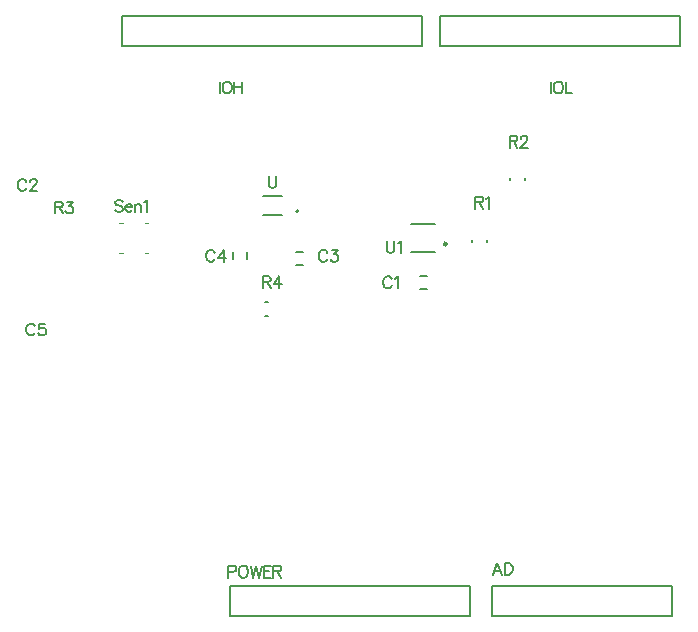
<source format=gto>
G04*
G04 #@! TF.GenerationSoftware,Altium Limited,Altium Designer,20.2.6 (244)*
G04*
G04 Layer_Color=65535*
%FSLAX44Y44*%
%MOMM*%
G71*
G04*
G04 #@! TF.SameCoordinates,9515D0E1-E452-41A6-BF4E-AEEE6F90C87A*
G04*
G04*
G04 #@! TF.FilePolarity,Positive*
G04*
G01*
G75*
%ADD10C,0.2000*%
%ADD11C,0.1000*%
%ADD12C,0.2500*%
%ADD13C,0.1270*%
D10*
X324500Y355000D02*
G03*
X324500Y355000I-1000J0D01*
G01*
X483750Y329000D02*
Y331000D01*
X471250Y329000D02*
Y331000D01*
X427000Y300750D02*
X433000D01*
X427000Y289250D02*
X433000D01*
X280750Y314500D02*
Y320500D01*
X269250Y314500D02*
Y320500D01*
X503750Y381500D02*
Y383500D01*
X516250Y381500D02*
Y383500D01*
X420000Y344250D02*
X440000D01*
X420000Y320750D02*
X440000D01*
X175260Y495300D02*
X410210D01*
X429260D01*
Y520700D01*
X175260D02*
X429260D01*
X175260Y495300D02*
Y520700D01*
X322000Y320750D02*
X328000D01*
X322000Y309250D02*
X328000D01*
X296500Y278750D02*
X298500D01*
X296500Y266250D02*
X298500D01*
X444500Y495300D02*
X647700D01*
Y520700D01*
X444500D02*
X647700D01*
X444500Y495300D02*
Y520700D01*
X488100Y12700D02*
X640500D01*
X488100Y38100D02*
X640500D01*
X488100Y12700D02*
Y38100D01*
X640500Y12700D02*
Y38100D01*
X266700D02*
X469900D01*
X266700Y12700D02*
Y38100D01*
Y12700D02*
X469900D01*
Y38100D01*
X474358Y367499D02*
Y357501D01*
Y367499D02*
X478643D01*
X480071Y367023D01*
X480547Y366547D01*
X481024Y365595D01*
Y364642D01*
X480547Y363690D01*
X480071Y363214D01*
X478643Y362738D01*
X474358D01*
X477691D02*
X481024Y357501D01*
X483261Y365595D02*
X484213Y366071D01*
X485642Y367499D01*
Y357501D01*
X403476Y297619D02*
X403000Y298571D01*
X402048Y299523D01*
X401096Y299999D01*
X399191D01*
X398239Y299523D01*
X397287Y298571D01*
X396811Y297619D01*
X396335Y296190D01*
Y293810D01*
X396811Y292381D01*
X397287Y291429D01*
X398239Y290477D01*
X399191Y290001D01*
X401096D01*
X402048Y290477D01*
X403000Y291429D01*
X403476Y292381D01*
X406285Y298095D02*
X407237Y298571D01*
X408665Y299999D01*
Y290001D01*
X299167Y384999D02*
Y377858D01*
X299643Y376429D01*
X300596Y375477D01*
X302024Y375001D01*
X302976D01*
X304404Y375477D01*
X305357Y376429D01*
X305833Y377858D01*
Y384999D01*
X253596Y320118D02*
X253120Y321071D01*
X252167Y322023D01*
X251215Y322499D01*
X249311D01*
X248359Y322023D01*
X247406Y321071D01*
X246930Y320118D01*
X246454Y318690D01*
Y316310D01*
X246930Y314881D01*
X247406Y313929D01*
X248359Y312977D01*
X249311Y312501D01*
X251215D01*
X252167Y312977D01*
X253120Y313929D01*
X253596Y314881D01*
X261165Y322499D02*
X256404Y315834D01*
X263546D01*
X261165Y322499D02*
Y312501D01*
X101334Y257619D02*
X100857Y258571D01*
X99905Y259523D01*
X98953Y259999D01*
X97049D01*
X96097Y259523D01*
X95144Y258571D01*
X94668Y257619D01*
X94192Y256190D01*
Y253810D01*
X94668Y252381D01*
X95144Y251429D01*
X96097Y250477D01*
X97049Y250001D01*
X98953D01*
X99905Y250477D01*
X100857Y251429D01*
X101334Y252381D01*
X109856Y259999D02*
X105095D01*
X104619Y255714D01*
X105095Y256190D01*
X106523Y256666D01*
X107951D01*
X109380Y256190D01*
X110332Y255238D01*
X110808Y253810D01*
Y252858D01*
X110332Y251429D01*
X109380Y250477D01*
X107951Y250001D01*
X106523D01*
X105095Y250477D01*
X104619Y250953D01*
X104143Y251905D01*
X175783Y363219D02*
X174831Y364172D01*
X173403Y364648D01*
X171498D01*
X170070Y364172D01*
X169118Y363219D01*
Y362267D01*
X169594Y361315D01*
X170070Y360839D01*
X171022Y360363D01*
X173879Y359411D01*
X174831Y358935D01*
X175307Y358459D01*
X175783Y357506D01*
Y356078D01*
X174831Y355126D01*
X173403Y354650D01*
X171498D01*
X170070Y355126D01*
X169118Y356078D01*
X178021Y358459D02*
X183734D01*
Y359411D01*
X183258Y360363D01*
X182782Y360839D01*
X181829Y361315D01*
X180401D01*
X179449Y360839D01*
X178497Y359887D01*
X178021Y358459D01*
Y357506D01*
X178497Y356078D01*
X179449Y355126D01*
X180401Y354650D01*
X181829D01*
X182782Y355126D01*
X183734Y356078D01*
X185876Y361315D02*
Y354650D01*
Y359411D02*
X187304Y360839D01*
X188257Y361315D01*
X189685D01*
X190637Y360839D01*
X191113Y359411D01*
Y354650D01*
X193732Y362743D02*
X194684Y363219D01*
X196112Y364648D01*
Y354650D01*
X503269Y419041D02*
Y409043D01*
Y419041D02*
X507554D01*
X508982Y418565D01*
X509458Y418089D01*
X509934Y417136D01*
Y416184D01*
X509458Y415232D01*
X508982Y414756D01*
X507554Y414280D01*
X503269D01*
X506602D02*
X509934Y409043D01*
X512648Y416660D02*
Y417136D01*
X513124Y418089D01*
X513600Y418565D01*
X514552Y419041D01*
X516457D01*
X517409Y418565D01*
X517885Y418089D01*
X518361Y417136D01*
Y416184D01*
X517885Y415232D01*
X516933Y413804D01*
X512172Y409043D01*
X518837D01*
X399096Y329999D02*
Y322858D01*
X399573Y321429D01*
X400525Y320477D01*
X401953Y320001D01*
X402905D01*
X404333Y320477D01*
X405286Y321429D01*
X405762Y322858D01*
Y329999D01*
X408523Y328095D02*
X409475Y328571D01*
X410904Y329999D01*
Y320001D01*
X294478Y299999D02*
Y290001D01*
Y299999D02*
X298763D01*
X300191Y299523D01*
X300667Y299047D01*
X301143Y298095D01*
Y297142D01*
X300667Y296190D01*
X300191Y295714D01*
X298763Y295238D01*
X294478D01*
X297811D02*
X301143Y290001D01*
X308142Y299999D02*
X303381Y293334D01*
X310522D01*
X308142Y299999D02*
Y290001D01*
X118266Y363378D02*
Y353380D01*
Y363378D02*
X122551D01*
X123979Y362902D01*
X124455Y362425D01*
X124931Y361473D01*
Y360521D01*
X124455Y359569D01*
X123979Y359093D01*
X122551Y358617D01*
X118266D01*
X121599D02*
X124931Y353380D01*
X128121Y363378D02*
X133358D01*
X130501Y359569D01*
X131930D01*
X132882Y359093D01*
X133358Y358617D01*
X133834Y357188D01*
Y356236D01*
X133358Y354808D01*
X132406Y353856D01*
X130977Y353380D01*
X129549D01*
X128121Y353856D01*
X127645Y354332D01*
X127169Y355284D01*
X348834Y320118D02*
X348358Y321071D01*
X347405Y322023D01*
X346453Y322499D01*
X344549D01*
X343597Y322023D01*
X342645Y321071D01*
X342168Y320118D01*
X341692Y318690D01*
Y316310D01*
X342168Y314881D01*
X342645Y313929D01*
X343597Y312977D01*
X344549Y312501D01*
X346453D01*
X347405Y312977D01*
X348358Y313929D01*
X348834Y314881D01*
X352595Y322499D02*
X357832D01*
X354975Y318690D01*
X356403D01*
X357356Y318214D01*
X357832Y317738D01*
X358308Y316310D01*
Y315358D01*
X357832Y313929D01*
X356880Y312977D01*
X355451Y312501D01*
X354023D01*
X352595Y312977D01*
X352119Y313453D01*
X351642Y314405D01*
X265053Y49762D02*
X269337D01*
X270765Y50238D01*
X271242Y50714D01*
X271718Y51666D01*
Y53095D01*
X271242Y54047D01*
X270765Y54523D01*
X269337Y54999D01*
X265053D01*
Y45001D01*
X276812Y54999D02*
X275860Y54523D01*
X274907Y53571D01*
X274431Y52618D01*
X273955Y51190D01*
Y48810D01*
X274431Y47382D01*
X274907Y46429D01*
X275860Y45477D01*
X276812Y45001D01*
X278716D01*
X279668Y45477D01*
X280620Y46429D01*
X281097Y47382D01*
X281573Y48810D01*
Y51190D01*
X281097Y52618D01*
X280620Y53571D01*
X279668Y54523D01*
X278716Y54999D01*
X276812D01*
X283906D02*
X286286Y45001D01*
X288666Y54999D02*
X286286Y45001D01*
X288666Y54999D02*
X291047Y45001D01*
X293427Y54999D02*
X291047Y45001D01*
X301616Y54999D02*
X295427D01*
Y45001D01*
X301616D01*
X295427Y50238D02*
X299236D01*
X303282Y54999D02*
Y45001D01*
Y54999D02*
X307567D01*
X308995Y54523D01*
X309471Y54047D01*
X309948Y53095D01*
Y52142D01*
X309471Y51190D01*
X308995Y50714D01*
X307567Y50238D01*
X303282D01*
X306615D02*
X309948Y45001D01*
X538621Y464999D02*
Y455001D01*
X543572Y464999D02*
X542620Y464523D01*
X541668Y463571D01*
X541192Y462618D01*
X540716Y461190D01*
Y458810D01*
X541192Y457382D01*
X541668Y456429D01*
X542620Y455477D01*
X543572Y455001D01*
X545477D01*
X546429Y455477D01*
X547381Y456429D01*
X547857Y457382D01*
X548333Y458810D01*
Y461190D01*
X547857Y462618D01*
X547381Y463571D01*
X546429Y464523D01*
X545477Y464999D01*
X543572D01*
X550666D02*
Y455001D01*
X556379D01*
X258145Y464999D02*
Y455001D01*
X263096Y464999D02*
X262144Y464523D01*
X261192Y463571D01*
X260716Y462618D01*
X260240Y461190D01*
Y458810D01*
X260716Y457382D01*
X261192Y456429D01*
X262144Y455477D01*
X263096Y455001D01*
X265001D01*
X265953Y455477D01*
X266905Y456429D01*
X267381Y457382D01*
X267857Y458810D01*
Y461190D01*
X267381Y462618D01*
X266905Y463571D01*
X265953Y464523D01*
X265001Y464999D01*
X263096D01*
X270190D02*
Y455001D01*
X276855Y464999D02*
Y455001D01*
X270190Y460238D02*
X276855D01*
X496810Y47501D02*
X493001Y57499D01*
X489192Y47501D01*
X490620Y50834D02*
X495381D01*
X499142Y57499D02*
Y47501D01*
Y57499D02*
X502475D01*
X503903Y57023D01*
X504856Y56071D01*
X505332Y55118D01*
X505808Y53690D01*
Y51310D01*
X505332Y49882D01*
X504856Y48929D01*
X503903Y47977D01*
X502475Y47501D01*
X499142D01*
X94005Y380005D02*
X93529Y380957D01*
X92577Y381910D01*
X91625Y382386D01*
X89720D01*
X88768Y381910D01*
X87816Y380957D01*
X87340Y380005D01*
X86864Y378577D01*
Y376197D01*
X87340Y374768D01*
X87816Y373816D01*
X88768Y372864D01*
X89720Y372388D01*
X91625D01*
X92577Y372864D01*
X93529Y373816D01*
X94005Y374768D01*
X97290Y380005D02*
Y380481D01*
X97766Y381433D01*
X98242Y381910D01*
X99194Y382386D01*
X101099D01*
X102051Y381910D01*
X102527Y381433D01*
X103003Y380481D01*
Y379529D01*
X102527Y378577D01*
X101575Y377149D01*
X96814Y372388D01*
X103479D01*
D11*
X202000Y319000D02*
G03*
X202000Y319000I-500J0D01*
G01*
X172750Y345500D02*
X175650D01*
X194350D02*
X197250D01*
X172750Y319500D02*
X175650D01*
X194350D02*
X197250D01*
D12*
X450000Y327500D02*
G03*
X450000Y327500I-1250J0D01*
G01*
D13*
X294700Y352000D02*
X310300D01*
X294700Y368000D02*
X310300D01*
M02*

</source>
